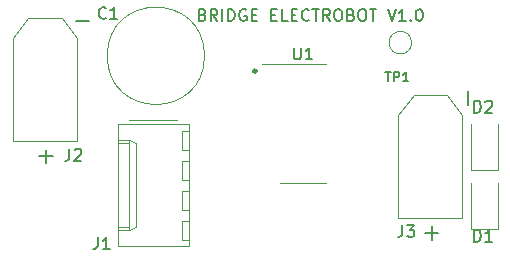
<source format=gbr>
G04 #@! TF.GenerationSoftware,KiCad,Pcbnew,5.1.2-f72e74a~84~ubuntu18.04.1*
G04 #@! TF.CreationDate,2020-01-10T04:29:40+01:00*
G04 #@! TF.ProjectId,BridgeElectrobot,42726964-6765-4456-9c65-6374726f626f,1.0*
G04 #@! TF.SameCoordinates,Original*
G04 #@! TF.FileFunction,Legend,Top*
G04 #@! TF.FilePolarity,Positive*
%FSLAX46Y46*%
G04 Gerber Fmt 4.6, Leading zero omitted, Abs format (unit mm)*
G04 Created by KiCad (PCBNEW 5.1.2-f72e74a~84~ubuntu18.04.1) date 2020-01-10 04:29:40*
%MOMM*%
%LPD*%
G04 APERTURE LIST*
%ADD10C,0.300000*%
%ADD11C,0.150000*%
%ADD12C,0.120000*%
G04 APERTURE END LIST*
D10*
X131418000Y-93599000D02*
G75*
G03X131418000Y-93599000I-100000J0D01*
G01*
D11*
X126897952Y-88828571D02*
X127040809Y-88876190D01*
X127088428Y-88923809D01*
X127136047Y-89019047D01*
X127136047Y-89161904D01*
X127088428Y-89257142D01*
X127040809Y-89304761D01*
X126945571Y-89352380D01*
X126564619Y-89352380D01*
X126564619Y-88352380D01*
X126897952Y-88352380D01*
X126993190Y-88400000D01*
X127040809Y-88447619D01*
X127088428Y-88542857D01*
X127088428Y-88638095D01*
X127040809Y-88733333D01*
X126993190Y-88780952D01*
X126897952Y-88828571D01*
X126564619Y-88828571D01*
X128136047Y-89352380D02*
X127802714Y-88876190D01*
X127564619Y-89352380D02*
X127564619Y-88352380D01*
X127945571Y-88352380D01*
X128040809Y-88400000D01*
X128088428Y-88447619D01*
X128136047Y-88542857D01*
X128136047Y-88685714D01*
X128088428Y-88780952D01*
X128040809Y-88828571D01*
X127945571Y-88876190D01*
X127564619Y-88876190D01*
X128564619Y-89352380D02*
X128564619Y-88352380D01*
X129040809Y-89352380D02*
X129040809Y-88352380D01*
X129278904Y-88352380D01*
X129421761Y-88400000D01*
X129517000Y-88495238D01*
X129564619Y-88590476D01*
X129612238Y-88780952D01*
X129612238Y-88923809D01*
X129564619Y-89114285D01*
X129517000Y-89209523D01*
X129421761Y-89304761D01*
X129278904Y-89352380D01*
X129040809Y-89352380D01*
X130564619Y-88400000D02*
X130469380Y-88352380D01*
X130326523Y-88352380D01*
X130183666Y-88400000D01*
X130088428Y-88495238D01*
X130040809Y-88590476D01*
X129993190Y-88780952D01*
X129993190Y-88923809D01*
X130040809Y-89114285D01*
X130088428Y-89209523D01*
X130183666Y-89304761D01*
X130326523Y-89352380D01*
X130421761Y-89352380D01*
X130564619Y-89304761D01*
X130612238Y-89257142D01*
X130612238Y-88923809D01*
X130421761Y-88923809D01*
X131040809Y-88828571D02*
X131374142Y-88828571D01*
X131517000Y-89352380D02*
X131040809Y-89352380D01*
X131040809Y-88352380D01*
X131517000Y-88352380D01*
X132707476Y-88828571D02*
X133040809Y-88828571D01*
X133183666Y-89352380D02*
X132707476Y-89352380D01*
X132707476Y-88352380D01*
X133183666Y-88352380D01*
X134088428Y-89352380D02*
X133612238Y-89352380D01*
X133612238Y-88352380D01*
X134421761Y-88828571D02*
X134755095Y-88828571D01*
X134897952Y-89352380D02*
X134421761Y-89352380D01*
X134421761Y-88352380D01*
X134897952Y-88352380D01*
X135897952Y-89257142D02*
X135850333Y-89304761D01*
X135707476Y-89352380D01*
X135612238Y-89352380D01*
X135469380Y-89304761D01*
X135374142Y-89209523D01*
X135326523Y-89114285D01*
X135278904Y-88923809D01*
X135278904Y-88780952D01*
X135326523Y-88590476D01*
X135374142Y-88495238D01*
X135469380Y-88400000D01*
X135612238Y-88352380D01*
X135707476Y-88352380D01*
X135850333Y-88400000D01*
X135897952Y-88447619D01*
X136183666Y-88352380D02*
X136755095Y-88352380D01*
X136469380Y-89352380D02*
X136469380Y-88352380D01*
X137659857Y-89352380D02*
X137326523Y-88876190D01*
X137088428Y-89352380D02*
X137088428Y-88352380D01*
X137469380Y-88352380D01*
X137564619Y-88400000D01*
X137612238Y-88447619D01*
X137659857Y-88542857D01*
X137659857Y-88685714D01*
X137612238Y-88780952D01*
X137564619Y-88828571D01*
X137469380Y-88876190D01*
X137088428Y-88876190D01*
X138278904Y-88352380D02*
X138469380Y-88352380D01*
X138564619Y-88400000D01*
X138659857Y-88495238D01*
X138707476Y-88685714D01*
X138707476Y-89019047D01*
X138659857Y-89209523D01*
X138564619Y-89304761D01*
X138469380Y-89352380D01*
X138278904Y-89352380D01*
X138183666Y-89304761D01*
X138088428Y-89209523D01*
X138040809Y-89019047D01*
X138040809Y-88685714D01*
X138088428Y-88495238D01*
X138183666Y-88400000D01*
X138278904Y-88352380D01*
X139469380Y-88828571D02*
X139612238Y-88876190D01*
X139659857Y-88923809D01*
X139707476Y-89019047D01*
X139707476Y-89161904D01*
X139659857Y-89257142D01*
X139612238Y-89304761D01*
X139517000Y-89352380D01*
X139136047Y-89352380D01*
X139136047Y-88352380D01*
X139469380Y-88352380D01*
X139564619Y-88400000D01*
X139612238Y-88447619D01*
X139659857Y-88542857D01*
X139659857Y-88638095D01*
X139612238Y-88733333D01*
X139564619Y-88780952D01*
X139469380Y-88828571D01*
X139136047Y-88828571D01*
X140326523Y-88352380D02*
X140517000Y-88352380D01*
X140612238Y-88400000D01*
X140707476Y-88495238D01*
X140755095Y-88685714D01*
X140755095Y-89019047D01*
X140707476Y-89209523D01*
X140612238Y-89304761D01*
X140517000Y-89352380D01*
X140326523Y-89352380D01*
X140231285Y-89304761D01*
X140136047Y-89209523D01*
X140088428Y-89019047D01*
X140088428Y-88685714D01*
X140136047Y-88495238D01*
X140231285Y-88400000D01*
X140326523Y-88352380D01*
X141040809Y-88352380D02*
X141612238Y-88352380D01*
X141326523Y-89352380D02*
X141326523Y-88352380D01*
X142564619Y-88352380D02*
X142897952Y-89352380D01*
X143231285Y-88352380D01*
X144088428Y-89352380D02*
X143517000Y-89352380D01*
X143802714Y-89352380D02*
X143802714Y-88352380D01*
X143707476Y-88495238D01*
X143612238Y-88590476D01*
X143517000Y-88638095D01*
X144517000Y-89257142D02*
X144564619Y-89304761D01*
X144517000Y-89352380D01*
X144469380Y-89304761D01*
X144517000Y-89257142D01*
X144517000Y-89352380D01*
X145183666Y-88352380D02*
X145278904Y-88352380D01*
X145374142Y-88400000D01*
X145421761Y-88447619D01*
X145469380Y-88542857D01*
X145517000Y-88733333D01*
X145517000Y-88971428D01*
X145469380Y-89161904D01*
X145421761Y-89257142D01*
X145374142Y-89304761D01*
X145278904Y-89352380D01*
X145183666Y-89352380D01*
X145088428Y-89304761D01*
X145040809Y-89257142D01*
X144993190Y-89161904D01*
X144945571Y-88971428D01*
X144945571Y-88733333D01*
X144993190Y-88542857D01*
X145040809Y-88447619D01*
X145088428Y-88400000D01*
X145183666Y-88352380D01*
D12*
X127056000Y-92301000D02*
G75*
G03X127056000Y-92301000I-4120000J0D01*
G01*
X151884000Y-106933000D02*
X151884000Y-103048000D01*
X149614000Y-106933000D02*
X151884000Y-106933000D01*
X149614000Y-103048000D02*
X149614000Y-106933000D01*
X149614000Y-98092000D02*
X149614000Y-101977000D01*
X149614000Y-101977000D02*
X151884000Y-101977000D01*
X151884000Y-101977000D02*
X151884000Y-98092000D01*
X125712000Y-98061000D02*
X119692000Y-98061000D01*
X119692000Y-98061000D02*
X119692000Y-108441000D01*
X119692000Y-108441000D02*
X125712000Y-108441000D01*
X125712000Y-108441000D02*
X125712000Y-98061000D01*
X124682000Y-97771000D02*
X120682000Y-97771000D01*
X119692000Y-99441000D02*
X120692000Y-99441000D01*
X120692000Y-99441000D02*
X120692000Y-107061000D01*
X120692000Y-107061000D02*
X119692000Y-107061000D01*
X120692000Y-99441000D02*
X121222000Y-99691000D01*
X121222000Y-99691000D02*
X121222000Y-106811000D01*
X121222000Y-106811000D02*
X120692000Y-107061000D01*
X119692000Y-99691000D02*
X120692000Y-99691000D01*
X119692000Y-106811000D02*
X120692000Y-106811000D01*
X125712000Y-98641000D02*
X125112000Y-98641000D01*
X125112000Y-98641000D02*
X125112000Y-100241000D01*
X125112000Y-100241000D02*
X125712000Y-100241000D01*
X125712000Y-101181000D02*
X125112000Y-101181000D01*
X125112000Y-101181000D02*
X125112000Y-102781000D01*
X125112000Y-102781000D02*
X125712000Y-102781000D01*
X125712000Y-103721000D02*
X125112000Y-103721000D01*
X125112000Y-103721000D02*
X125112000Y-105321000D01*
X125112000Y-105321000D02*
X125712000Y-105321000D01*
X125712000Y-106261000D02*
X125112000Y-106261000D01*
X125112000Y-106261000D02*
X125112000Y-107861000D01*
X125112000Y-107861000D02*
X125712000Y-107861000D01*
X114948000Y-89111000D02*
X112128000Y-89111000D01*
X112128000Y-89111000D02*
X110828000Y-90811000D01*
X114948000Y-89111000D02*
X116248000Y-90811000D01*
X110828000Y-90811000D02*
X110828000Y-99531000D01*
X116248000Y-99531000D02*
X110828000Y-99531000D01*
X116248000Y-90811000D02*
X116248000Y-99531000D01*
X147587000Y-95588000D02*
X144767000Y-95588000D01*
X144767000Y-95588000D02*
X143467000Y-97288000D01*
X147587000Y-95588000D02*
X148887000Y-97288000D01*
X143467000Y-97288000D02*
X143467000Y-106008000D01*
X148887000Y-106008000D02*
X143467000Y-106008000D01*
X148887000Y-97288000D02*
X148887000Y-106008000D01*
X144587000Y-91186000D02*
G75*
G03X144587000Y-91186000I-950000J0D01*
G01*
X135382000Y-103104000D02*
X137332000Y-103104000D01*
X135382000Y-103104000D02*
X133432000Y-103104000D01*
X135382000Y-92984000D02*
X137332000Y-92984000D01*
X135382000Y-92984000D02*
X131932000Y-92984000D01*
D11*
X118705333Y-89074142D02*
X118657714Y-89121761D01*
X118514857Y-89169380D01*
X118419619Y-89169380D01*
X118276761Y-89121761D01*
X118181523Y-89026523D01*
X118133904Y-88931285D01*
X118086285Y-88740809D01*
X118086285Y-88597952D01*
X118133904Y-88407476D01*
X118181523Y-88312238D01*
X118276761Y-88217000D01*
X118419619Y-88169380D01*
X118514857Y-88169380D01*
X118657714Y-88217000D01*
X118705333Y-88264619D01*
X119657714Y-89169380D02*
X119086285Y-89169380D01*
X119372000Y-89169380D02*
X119372000Y-88169380D01*
X119276761Y-88312238D01*
X119181523Y-88407476D01*
X119086285Y-88455095D01*
X149883904Y-108021380D02*
X149883904Y-107021380D01*
X150122000Y-107021380D01*
X150264857Y-107069000D01*
X150360095Y-107164238D01*
X150407714Y-107259476D01*
X150455333Y-107449952D01*
X150455333Y-107592809D01*
X150407714Y-107783285D01*
X150360095Y-107878523D01*
X150264857Y-107973761D01*
X150122000Y-108021380D01*
X149883904Y-108021380D01*
X151407714Y-108021380D02*
X150836285Y-108021380D01*
X151122000Y-108021380D02*
X151122000Y-107021380D01*
X151026761Y-107164238D01*
X150931523Y-107259476D01*
X150836285Y-107307095D01*
X149883904Y-97099380D02*
X149883904Y-96099380D01*
X150122000Y-96099380D01*
X150264857Y-96147000D01*
X150360095Y-96242238D01*
X150407714Y-96337476D01*
X150455333Y-96527952D01*
X150455333Y-96670809D01*
X150407714Y-96861285D01*
X150360095Y-96956523D01*
X150264857Y-97051761D01*
X150122000Y-97099380D01*
X149883904Y-97099380D01*
X150836285Y-96194619D02*
X150883904Y-96147000D01*
X150979142Y-96099380D01*
X151217238Y-96099380D01*
X151312476Y-96147000D01*
X151360095Y-96194619D01*
X151407714Y-96289857D01*
X151407714Y-96385095D01*
X151360095Y-96527952D01*
X150788666Y-97099380D01*
X151407714Y-97099380D01*
X118030666Y-107656380D02*
X118030666Y-108370666D01*
X117983047Y-108513523D01*
X117887809Y-108608761D01*
X117744952Y-108656380D01*
X117649714Y-108656380D01*
X119030666Y-108656380D02*
X118459238Y-108656380D01*
X118744952Y-108656380D02*
X118744952Y-107656380D01*
X118649714Y-107799238D01*
X118554476Y-107894476D01*
X118459238Y-107942095D01*
X115617666Y-100163380D02*
X115617666Y-100877666D01*
X115570047Y-101020523D01*
X115474809Y-101115761D01*
X115331952Y-101163380D01*
X115236714Y-101163380D01*
X116046238Y-100258619D02*
X116093857Y-100211000D01*
X116189095Y-100163380D01*
X116427190Y-100163380D01*
X116522428Y-100211000D01*
X116570047Y-100258619D01*
X116617666Y-100353857D01*
X116617666Y-100449095D01*
X116570047Y-100591952D01*
X115998619Y-101163380D01*
X116617666Y-101163380D01*
X113645142Y-101392428D02*
X113645142Y-100249571D01*
X114216571Y-100821000D02*
X113073714Y-100821000D01*
X116141571Y-89388142D02*
X117284428Y-89388142D01*
X143811666Y-106640380D02*
X143811666Y-107354666D01*
X143764047Y-107497523D01*
X143668809Y-107592761D01*
X143525952Y-107640380D01*
X143430714Y-107640380D01*
X144192619Y-106640380D02*
X144811666Y-106640380D01*
X144478333Y-107021333D01*
X144621190Y-107021333D01*
X144716428Y-107068952D01*
X144764047Y-107116571D01*
X144811666Y-107211809D01*
X144811666Y-107449904D01*
X144764047Y-107545142D01*
X144716428Y-107592761D01*
X144621190Y-107640380D01*
X144335476Y-107640380D01*
X144240238Y-107592761D01*
X144192619Y-107545142D01*
X149332142Y-96456428D02*
X149332142Y-95313571D01*
X146284142Y-107869428D02*
X146284142Y-106726571D01*
X146855571Y-107298000D02*
X145712714Y-107298000D01*
X142373476Y-93668904D02*
X142830619Y-93668904D01*
X142602047Y-94468904D02*
X142602047Y-93668904D01*
X143097285Y-94468904D02*
X143097285Y-93668904D01*
X143402047Y-93668904D01*
X143478238Y-93707000D01*
X143516333Y-93745095D01*
X143554428Y-93821285D01*
X143554428Y-93935571D01*
X143516333Y-94011761D01*
X143478238Y-94049857D01*
X143402047Y-94087952D01*
X143097285Y-94087952D01*
X144316333Y-94468904D02*
X143859190Y-94468904D01*
X144087761Y-94468904D02*
X144087761Y-93668904D01*
X144011571Y-93783190D01*
X143935380Y-93859380D01*
X143859190Y-93897476D01*
X134620095Y-91596380D02*
X134620095Y-92405904D01*
X134667714Y-92501142D01*
X134715333Y-92548761D01*
X134810571Y-92596380D01*
X135001047Y-92596380D01*
X135096285Y-92548761D01*
X135143904Y-92501142D01*
X135191523Y-92405904D01*
X135191523Y-91596380D01*
X136191523Y-92596380D02*
X135620095Y-92596380D01*
X135905809Y-92596380D02*
X135905809Y-91596380D01*
X135810571Y-91739238D01*
X135715333Y-91834476D01*
X135620095Y-91882095D01*
M02*

</source>
